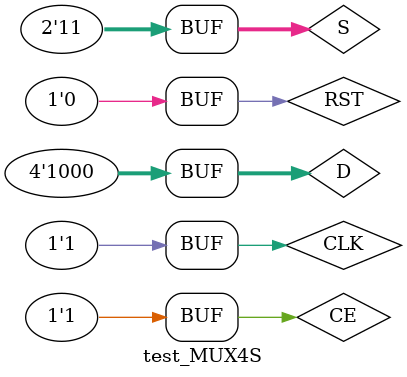
<source format=v>
`timescale 1ns / 1ps
module test_MUX4S;

	// Inputs
	reg [3:0] D;
	reg [1:0] S;
	reg CE;
	reg CLK;
	reg RST;

	// Outputs
	wire Q;

	// Instantiate the Unit Under Test (UUT)
	MUX4S uut (
		.D(D), 
		.S(S), 
		.Q(Q), 
		.CE(CE), 
		.CLK(CLK), 
		.RST(RST)
	);

	initial begin
		// Initialize Inputs
		D = 0;
		S = 0;
		CE = 1;
		CLK = 0;
		RST = 0;

		// Wait 100 ns for global reset to finish
		#100;
        
		// Add stimulus here
		#5 CLK = 0; RST = 1;
		#5 CLK = 1;
		#5 CLK = 0; RST = 0;
		#5 CLK = 1;
		#5 CLK = 0; D = 1; S = 0;
		#5 CLK = 1;
		#5 CLK = 0; D = 1; S = 1;
		#5 CLK = 1;
		#5 CLK = 0; D = 1; S = 2;
		#5 CLK = 1;
		#5 CLK = 0; D = 1; S = 3;
		#5 CLK = 1;
		#5 CLK = 0; D = 2; S = 0;
		#5 CLK = 1;
		#5 CLK = 0; D = 2; S = 1;
		#5 CLK = 1;
		#5 CLK = 0; D = 2; S = 2;
		#5 CLK = 1;
		#5 CLK = 0; D = 2; S = 3;
		#5 CLK = 1;
		#5 CLK = 0; D = 4; S = 0;
		#5 CLK = 1;
		#5 CLK = 0; D = 4; S = 1;
		#5 CLK = 1;
		#5 CLK = 0; D = 4; S = 2;
		#5 CLK = 1;
		#5 CLK = 0; D = 4; S = 3;
		#5 CLK = 1;
		#5 CLK = 0; D = 8; S = 0;
		#5 CLK = 1;
		#5 CLK = 0; D = 8; S = 1;
		#5 CLK = 1;
		#5 CLK = 0; D = 8; S = 2;
		#5 CLK = 1;
		#5 CLK = 0; D = 8; S = 3;
		#5 CLK = 1;
		#5 CLK = 0;
		#5 CLK = 1;

	end
      
endmodule


</source>
